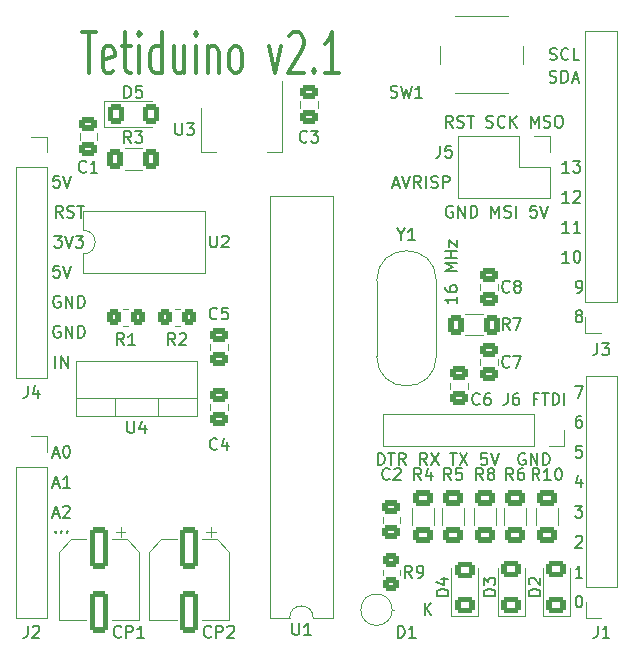
<source format=gto>
G04 #@! TF.GenerationSoftware,KiCad,Pcbnew,6.0.11-3.fc36*
G04 #@! TF.CreationDate,2023-04-04T19:14:45+09:00*
G04 #@! TF.ProjectId,Tetiduino,54657469-6475-4696-9e6f-2e6b69636164,rev?*
G04 #@! TF.SameCoordinates,Original*
G04 #@! TF.FileFunction,Legend,Top*
G04 #@! TF.FilePolarity,Positive*
%FSLAX46Y46*%
G04 Gerber Fmt 4.6, Leading zero omitted, Abs format (unit mm)*
G04 Created by KiCad (PCBNEW 6.0.11-3.fc36) date 2023-04-04 19:14:45*
%MOMM*%
%LPD*%
G01*
G04 APERTURE LIST*
G04 Aperture macros list*
%AMRoundRect*
0 Rectangle with rounded corners*
0 $1 Rounding radius*
0 $2 $3 $4 $5 $6 $7 $8 $9 X,Y pos of 4 corners*
0 Add a 4 corners polygon primitive as box body*
4,1,4,$2,$3,$4,$5,$6,$7,$8,$9,$2,$3,0*
0 Add four circle primitives for the rounded corners*
1,1,$1+$1,$2,$3*
1,1,$1+$1,$4,$5*
1,1,$1+$1,$6,$7*
1,1,$1+$1,$8,$9*
0 Add four rect primitives between the rounded corners*
20,1,$1+$1,$2,$3,$4,$5,0*
20,1,$1+$1,$4,$5,$6,$7,0*
20,1,$1+$1,$6,$7,$8,$9,0*
20,1,$1+$1,$8,$9,$2,$3,0*%
G04 Aperture macros list end*
%ADD10C,0.150000*%
%ADD11C,0.300000*%
%ADD12C,0.120000*%
%ADD13R,1.700000X1.700000*%
%ADD14O,1.700000X1.700000*%
%ADD15RoundRect,0.250000X-0.400000X-0.625000X0.400000X-0.625000X0.400000X0.625000X-0.400000X0.625000X0*%
%ADD16R,1.600000X1.600000*%
%ADD17O,1.600000X1.600000*%
%ADD18RoundRect,0.250000X-0.475000X0.337500X-0.475000X-0.337500X0.475000X-0.337500X0.475000X0.337500X0*%
%ADD19RoundRect,0.250000X-0.550000X1.500000X-0.550000X-1.500000X0.550000X-1.500000X0.550000X1.500000X0*%
%ADD20RoundRect,0.250000X0.475000X-0.337500X0.475000X0.337500X-0.475000X0.337500X-0.475000X-0.337500X0*%
%ADD21C,2.000000*%
%ADD22RoundRect,0.250001X-0.462499X-0.624999X0.462499X-0.624999X0.462499X0.624999X-0.462499X0.624999X0*%
%ADD23R,1.500000X2.000000*%
%ADD24R,3.800000X2.000000*%
%ADD25RoundRect,0.250001X0.624999X-0.462499X0.624999X0.462499X-0.624999X0.462499X-0.624999X-0.462499X0*%
%ADD26RoundRect,0.250000X-0.350000X-0.450000X0.350000X-0.450000X0.350000X0.450000X-0.350000X0.450000X0*%
%ADD27RoundRect,0.250000X-0.625000X0.400000X-0.625000X-0.400000X0.625000X-0.400000X0.625000X0.400000X0*%
%ADD28RoundRect,0.250000X0.450000X-0.350000X0.450000X0.350000X-0.450000X0.350000X-0.450000X-0.350000X0*%
%ADD29RoundRect,0.250000X0.400000X0.625000X-0.400000X0.625000X-0.400000X-0.625000X0.400000X-0.625000X0*%
%ADD30RoundRect,0.250000X0.625000X-0.400000X0.625000X0.400000X-0.625000X0.400000X-0.625000X-0.400000X0*%
%ADD31R,1.905000X2.000000*%
%ADD32O,1.905000X2.000000*%
%ADD33C,1.500000*%
G04 APERTURE END LIST*
D10*
X126285714Y-126531666D02*
X126761904Y-126531666D01*
X126190476Y-126817380D02*
X126523809Y-125817380D01*
X126857142Y-126817380D01*
X127714285Y-126817380D02*
X127142857Y-126817380D01*
X127428571Y-126817380D02*
X127428571Y-125817380D01*
X127333333Y-125960238D01*
X127238095Y-126055476D01*
X127142857Y-126103095D01*
X169989523Y-100147380D02*
X169418095Y-100147380D01*
X169703809Y-100147380D02*
X169703809Y-99147380D01*
X169608571Y-99290238D01*
X169513333Y-99385476D01*
X169418095Y-99433095D01*
X170322857Y-99147380D02*
X170941904Y-99147380D01*
X170608571Y-99528333D01*
X170751428Y-99528333D01*
X170846666Y-99575952D01*
X170894285Y-99623571D01*
X170941904Y-99718809D01*
X170941904Y-99956904D01*
X170894285Y-100052142D01*
X170846666Y-100099761D01*
X170751428Y-100147380D01*
X170465714Y-100147380D01*
X170370476Y-100099761D01*
X170322857Y-100052142D01*
X167298809Y-119308571D02*
X166965476Y-119308571D01*
X166965476Y-119832380D02*
X166965476Y-118832380D01*
X167441666Y-118832380D01*
X167679761Y-118832380D02*
X168251190Y-118832380D01*
X167965476Y-119832380D02*
X167965476Y-118832380D01*
X168584523Y-119832380D02*
X168584523Y-118832380D01*
X168822619Y-118832380D01*
X168965476Y-118880000D01*
X169060714Y-118975238D01*
X169108333Y-119070476D01*
X169155952Y-119260952D01*
X169155952Y-119403809D01*
X169108333Y-119594285D01*
X169060714Y-119689523D01*
X168965476Y-119784761D01*
X168822619Y-119832380D01*
X168584523Y-119832380D01*
X169584523Y-119832380D02*
X169584523Y-118832380D01*
X126523809Y-130532142D02*
X126571428Y-130579761D01*
X126523809Y-130627380D01*
X126476190Y-130579761D01*
X126523809Y-130532142D01*
X126523809Y-130627380D01*
X127000000Y-130532142D02*
X127047619Y-130579761D01*
X127000000Y-130627380D01*
X126952380Y-130579761D01*
X127000000Y-130532142D01*
X127000000Y-130627380D01*
X127476190Y-130532142D02*
X127523809Y-130579761D01*
X127476190Y-130627380D01*
X127428571Y-130579761D01*
X127476190Y-130532142D01*
X127476190Y-130627380D01*
X126809523Y-100417380D02*
X126333333Y-100417380D01*
X126285714Y-100893571D01*
X126333333Y-100845952D01*
X126428571Y-100798333D01*
X126666666Y-100798333D01*
X126761904Y-100845952D01*
X126809523Y-100893571D01*
X126857142Y-100988809D01*
X126857142Y-101226904D01*
X126809523Y-101322142D01*
X126761904Y-101369761D01*
X126666666Y-101417380D01*
X126428571Y-101417380D01*
X126333333Y-101369761D01*
X126285714Y-101322142D01*
X127142857Y-100417380D02*
X127476190Y-101417380D01*
X127809523Y-100417380D01*
X127087380Y-103957380D02*
X126754047Y-103481190D01*
X126515952Y-103957380D02*
X126515952Y-102957380D01*
X126896904Y-102957380D01*
X126992142Y-103005000D01*
X127039761Y-103052619D01*
X127087380Y-103147857D01*
X127087380Y-103290714D01*
X127039761Y-103385952D01*
X126992142Y-103433571D01*
X126896904Y-103481190D01*
X126515952Y-103481190D01*
X127468333Y-103909761D02*
X127611190Y-103957380D01*
X127849285Y-103957380D01*
X127944523Y-103909761D01*
X127992142Y-103862142D01*
X128039761Y-103766904D01*
X128039761Y-103671666D01*
X127992142Y-103576428D01*
X127944523Y-103528809D01*
X127849285Y-103481190D01*
X127658809Y-103433571D01*
X127563571Y-103385952D01*
X127515952Y-103338333D01*
X127468333Y-103243095D01*
X127468333Y-103147857D01*
X127515952Y-103052619D01*
X127563571Y-103005000D01*
X127658809Y-102957380D01*
X127896904Y-102957380D01*
X128039761Y-103005000D01*
X128325476Y-102957380D02*
X128896904Y-102957380D01*
X128611190Y-103957380D02*
X128611190Y-102957380D01*
X160107857Y-96337380D02*
X159774523Y-95861190D01*
X159536428Y-96337380D02*
X159536428Y-95337380D01*
X159917380Y-95337380D01*
X160012619Y-95385000D01*
X160060238Y-95432619D01*
X160107857Y-95527857D01*
X160107857Y-95670714D01*
X160060238Y-95765952D01*
X160012619Y-95813571D01*
X159917380Y-95861190D01*
X159536428Y-95861190D01*
X160488809Y-96289761D02*
X160631666Y-96337380D01*
X160869761Y-96337380D01*
X160965000Y-96289761D01*
X161012619Y-96242142D01*
X161060238Y-96146904D01*
X161060238Y-96051666D01*
X161012619Y-95956428D01*
X160965000Y-95908809D01*
X160869761Y-95861190D01*
X160679285Y-95813571D01*
X160584047Y-95765952D01*
X160536428Y-95718333D01*
X160488809Y-95623095D01*
X160488809Y-95527857D01*
X160536428Y-95432619D01*
X160584047Y-95385000D01*
X160679285Y-95337380D01*
X160917380Y-95337380D01*
X161060238Y-95385000D01*
X161345952Y-95337380D02*
X161917380Y-95337380D01*
X161631666Y-96337380D02*
X161631666Y-95337380D01*
X162965000Y-96289761D02*
X163107857Y-96337380D01*
X163345952Y-96337380D01*
X163441190Y-96289761D01*
X163488809Y-96242142D01*
X163536428Y-96146904D01*
X163536428Y-96051666D01*
X163488809Y-95956428D01*
X163441190Y-95908809D01*
X163345952Y-95861190D01*
X163155476Y-95813571D01*
X163060238Y-95765952D01*
X163012619Y-95718333D01*
X162965000Y-95623095D01*
X162965000Y-95527857D01*
X163012619Y-95432619D01*
X163060238Y-95385000D01*
X163155476Y-95337380D01*
X163393571Y-95337380D01*
X163536428Y-95385000D01*
X164536428Y-96242142D02*
X164488809Y-96289761D01*
X164345952Y-96337380D01*
X164250714Y-96337380D01*
X164107857Y-96289761D01*
X164012619Y-96194523D01*
X163965000Y-96099285D01*
X163917380Y-95908809D01*
X163917380Y-95765952D01*
X163965000Y-95575476D01*
X164012619Y-95480238D01*
X164107857Y-95385000D01*
X164250714Y-95337380D01*
X164345952Y-95337380D01*
X164488809Y-95385000D01*
X164536428Y-95432619D01*
X164965000Y-96337380D02*
X164965000Y-95337380D01*
X165536428Y-96337380D02*
X165107857Y-95765952D01*
X165536428Y-95337380D02*
X164965000Y-95908809D01*
X166726904Y-96337380D02*
X166726904Y-95337380D01*
X167060238Y-96051666D01*
X167393571Y-95337380D01*
X167393571Y-96337380D01*
X167822142Y-96289761D02*
X167965000Y-96337380D01*
X168203095Y-96337380D01*
X168298333Y-96289761D01*
X168345952Y-96242142D01*
X168393571Y-96146904D01*
X168393571Y-96051666D01*
X168345952Y-95956428D01*
X168298333Y-95908809D01*
X168203095Y-95861190D01*
X168012619Y-95813571D01*
X167917380Y-95765952D01*
X167869761Y-95718333D01*
X167822142Y-95623095D01*
X167822142Y-95527857D01*
X167869761Y-95432619D01*
X167917380Y-95385000D01*
X168012619Y-95337380D01*
X168250714Y-95337380D01*
X168393571Y-95385000D01*
X169012619Y-95337380D02*
X169203095Y-95337380D01*
X169298333Y-95385000D01*
X169393571Y-95480238D01*
X169441190Y-95670714D01*
X169441190Y-96004047D01*
X169393571Y-96194523D01*
X169298333Y-96289761D01*
X169203095Y-96337380D01*
X169012619Y-96337380D01*
X168917380Y-96289761D01*
X168822142Y-96194523D01*
X168774523Y-96004047D01*
X168774523Y-95670714D01*
X168822142Y-95480238D01*
X168917380Y-95385000D01*
X169012619Y-95337380D01*
X126873095Y-113165000D02*
X126777857Y-113117380D01*
X126635000Y-113117380D01*
X126492142Y-113165000D01*
X126396904Y-113260238D01*
X126349285Y-113355476D01*
X126301666Y-113545952D01*
X126301666Y-113688809D01*
X126349285Y-113879285D01*
X126396904Y-113974523D01*
X126492142Y-114069761D01*
X126635000Y-114117380D01*
X126730238Y-114117380D01*
X126873095Y-114069761D01*
X126920714Y-114022142D01*
X126920714Y-113688809D01*
X126730238Y-113688809D01*
X127349285Y-114117380D02*
X127349285Y-113117380D01*
X127920714Y-114117380D01*
X127920714Y-113117380D01*
X128396904Y-114117380D02*
X128396904Y-113117380D01*
X128635000Y-113117380D01*
X128777857Y-113165000D01*
X128873095Y-113260238D01*
X128920714Y-113355476D01*
X128968333Y-113545952D01*
X128968333Y-113688809D01*
X128920714Y-113879285D01*
X128873095Y-113974523D01*
X128777857Y-114069761D01*
X128635000Y-114117380D01*
X128396904Y-114117380D01*
X170719761Y-112245952D02*
X170624523Y-112198333D01*
X170576904Y-112150714D01*
X170529285Y-112055476D01*
X170529285Y-112007857D01*
X170576904Y-111912619D01*
X170624523Y-111865000D01*
X170719761Y-111817380D01*
X170910238Y-111817380D01*
X171005476Y-111865000D01*
X171053095Y-111912619D01*
X171100714Y-112007857D01*
X171100714Y-112055476D01*
X171053095Y-112150714D01*
X171005476Y-112198333D01*
X170910238Y-112245952D01*
X170719761Y-112245952D01*
X170624523Y-112293571D01*
X170576904Y-112341190D01*
X170529285Y-112436428D01*
X170529285Y-112626904D01*
X170576904Y-112722142D01*
X170624523Y-112769761D01*
X170719761Y-112817380D01*
X170910238Y-112817380D01*
X171005476Y-112769761D01*
X171053095Y-112722142D01*
X171100714Y-112626904D01*
X171100714Y-112436428D01*
X171053095Y-112341190D01*
X171005476Y-112293571D01*
X170910238Y-112245952D01*
X170529285Y-130992619D02*
X170576904Y-130945000D01*
X170672142Y-130897380D01*
X170910238Y-130897380D01*
X171005476Y-130945000D01*
X171053095Y-130992619D01*
X171100714Y-131087857D01*
X171100714Y-131183095D01*
X171053095Y-131325952D01*
X170481666Y-131897380D01*
X171100714Y-131897380D01*
X126809523Y-108037380D02*
X126333333Y-108037380D01*
X126285714Y-108513571D01*
X126333333Y-108465952D01*
X126428571Y-108418333D01*
X126666666Y-108418333D01*
X126761904Y-108465952D01*
X126809523Y-108513571D01*
X126857142Y-108608809D01*
X126857142Y-108846904D01*
X126809523Y-108942142D01*
X126761904Y-108989761D01*
X126666666Y-109037380D01*
X126428571Y-109037380D01*
X126333333Y-108989761D01*
X126285714Y-108942142D01*
X127142857Y-108037380D02*
X127476190Y-109037380D01*
X127809523Y-108037380D01*
X169989523Y-102687380D02*
X169418095Y-102687380D01*
X169703809Y-102687380D02*
X169703809Y-101687380D01*
X169608571Y-101830238D01*
X169513333Y-101925476D01*
X169418095Y-101973095D01*
X170370476Y-101782619D02*
X170418095Y-101735000D01*
X170513333Y-101687380D01*
X170751428Y-101687380D01*
X170846666Y-101735000D01*
X170894285Y-101782619D01*
X170941904Y-101877857D01*
X170941904Y-101973095D01*
X170894285Y-102115952D01*
X170322857Y-102687380D01*
X170941904Y-102687380D01*
X126476190Y-116657380D02*
X126476190Y-115657380D01*
X126952380Y-116657380D02*
X126952380Y-115657380D01*
X127523809Y-116657380D01*
X127523809Y-115657380D01*
X169989523Y-105227380D02*
X169418095Y-105227380D01*
X169703809Y-105227380D02*
X169703809Y-104227380D01*
X169608571Y-104370238D01*
X169513333Y-104465476D01*
X169418095Y-104513095D01*
X170941904Y-105227380D02*
X170370476Y-105227380D01*
X170656190Y-105227380D02*
X170656190Y-104227380D01*
X170560952Y-104370238D01*
X170465714Y-104465476D01*
X170370476Y-104513095D01*
X170624523Y-110307380D02*
X170815000Y-110307380D01*
X170910238Y-110259761D01*
X170957857Y-110212142D01*
X171053095Y-110069285D01*
X171100714Y-109878809D01*
X171100714Y-109497857D01*
X171053095Y-109402619D01*
X171005476Y-109355000D01*
X170910238Y-109307380D01*
X170719761Y-109307380D01*
X170624523Y-109355000D01*
X170576904Y-109402619D01*
X170529285Y-109497857D01*
X170529285Y-109735952D01*
X170576904Y-109831190D01*
X170624523Y-109878809D01*
X170719761Y-109926428D01*
X170910238Y-109926428D01*
X171005476Y-109878809D01*
X171053095Y-109831190D01*
X171100714Y-109735952D01*
X126285714Y-129071666D02*
X126761904Y-129071666D01*
X126190476Y-129357380D02*
X126523809Y-128357380D01*
X126857142Y-129357380D01*
X127142857Y-128452619D02*
X127190476Y-128405000D01*
X127285714Y-128357380D01*
X127523809Y-128357380D01*
X127619047Y-128405000D01*
X127666666Y-128452619D01*
X127714285Y-128547857D01*
X127714285Y-128643095D01*
X127666666Y-128785952D01*
X127095238Y-129357380D01*
X127714285Y-129357380D01*
X168354523Y-90574761D02*
X168497380Y-90622380D01*
X168735476Y-90622380D01*
X168830714Y-90574761D01*
X168878333Y-90527142D01*
X168925952Y-90431904D01*
X168925952Y-90336666D01*
X168878333Y-90241428D01*
X168830714Y-90193809D01*
X168735476Y-90146190D01*
X168545000Y-90098571D01*
X168449761Y-90050952D01*
X168402142Y-90003333D01*
X168354523Y-89908095D01*
X168354523Y-89812857D01*
X168402142Y-89717619D01*
X168449761Y-89670000D01*
X168545000Y-89622380D01*
X168783095Y-89622380D01*
X168925952Y-89670000D01*
X169925952Y-90527142D02*
X169878333Y-90574761D01*
X169735476Y-90622380D01*
X169640238Y-90622380D01*
X169497380Y-90574761D01*
X169402142Y-90479523D01*
X169354523Y-90384285D01*
X169306904Y-90193809D01*
X169306904Y-90050952D01*
X169354523Y-89860476D01*
X169402142Y-89765238D01*
X169497380Y-89670000D01*
X169640238Y-89622380D01*
X169735476Y-89622380D01*
X169878333Y-89670000D01*
X169925952Y-89717619D01*
X170830714Y-90622380D02*
X170354523Y-90622380D01*
X170354523Y-89622380D01*
D11*
X128700000Y-88253333D02*
X129900000Y-88253333D01*
X129300000Y-91753333D02*
X129300000Y-88253333D01*
X131400000Y-91586666D02*
X131200000Y-91753333D01*
X130800000Y-91753333D01*
X130600000Y-91586666D01*
X130500000Y-91253333D01*
X130500000Y-89920000D01*
X130600000Y-89586666D01*
X130800000Y-89420000D01*
X131200000Y-89420000D01*
X131400000Y-89586666D01*
X131500000Y-89920000D01*
X131500000Y-90253333D01*
X130500000Y-90586666D01*
X132100000Y-89420000D02*
X132900000Y-89420000D01*
X132400000Y-88253333D02*
X132400000Y-91253333D01*
X132500000Y-91586666D01*
X132700000Y-91753333D01*
X132900000Y-91753333D01*
X133600000Y-91753333D02*
X133600000Y-89420000D01*
X133600000Y-88253333D02*
X133500000Y-88420000D01*
X133600000Y-88586666D01*
X133700000Y-88420000D01*
X133600000Y-88253333D01*
X133600000Y-88586666D01*
X135500000Y-91753333D02*
X135500000Y-88253333D01*
X135500000Y-91586666D02*
X135300000Y-91753333D01*
X134900000Y-91753333D01*
X134700000Y-91586666D01*
X134600000Y-91420000D01*
X134500000Y-91086666D01*
X134500000Y-90086666D01*
X134600000Y-89753333D01*
X134700000Y-89586666D01*
X134900000Y-89420000D01*
X135300000Y-89420000D01*
X135500000Y-89586666D01*
X137400000Y-89420000D02*
X137400000Y-91753333D01*
X136500000Y-89420000D02*
X136500000Y-91253333D01*
X136600000Y-91586666D01*
X136800000Y-91753333D01*
X137100000Y-91753333D01*
X137300000Y-91586666D01*
X137400000Y-91420000D01*
X138400000Y-91753333D02*
X138400000Y-89420000D01*
X138400000Y-88253333D02*
X138300000Y-88420000D01*
X138400000Y-88586666D01*
X138500000Y-88420000D01*
X138400000Y-88253333D01*
X138400000Y-88586666D01*
X139400000Y-89420000D02*
X139400000Y-91753333D01*
X139400000Y-89753333D02*
X139500000Y-89586666D01*
X139700000Y-89420000D01*
X140000000Y-89420000D01*
X140200000Y-89586666D01*
X140300000Y-89920000D01*
X140300000Y-91753333D01*
X141600000Y-91753333D02*
X141400000Y-91586666D01*
X141300000Y-91420000D01*
X141200000Y-91086666D01*
X141200000Y-90086666D01*
X141300000Y-89753333D01*
X141400000Y-89586666D01*
X141600000Y-89420000D01*
X141900000Y-89420000D01*
X142100000Y-89586666D01*
X142200000Y-89753333D01*
X142300000Y-90086666D01*
X142300000Y-91086666D01*
X142200000Y-91420000D01*
X142100000Y-91586666D01*
X141900000Y-91753333D01*
X141600000Y-91753333D01*
X144600000Y-89420000D02*
X145100000Y-91753333D01*
X145600000Y-89420000D01*
X146300000Y-88586666D02*
X146400000Y-88420000D01*
X146600000Y-88253333D01*
X147100000Y-88253333D01*
X147300000Y-88420000D01*
X147400000Y-88586666D01*
X147500000Y-88920000D01*
X147500000Y-89253333D01*
X147400000Y-89753333D01*
X146200000Y-91753333D01*
X147500000Y-91753333D01*
X148400000Y-91420000D02*
X148500000Y-91586666D01*
X148400000Y-91753333D01*
X148300000Y-91586666D01*
X148400000Y-91420000D01*
X148400000Y-91753333D01*
X150500000Y-91753333D02*
X149300000Y-91753333D01*
X149900000Y-91753333D02*
X149900000Y-88253333D01*
X149700000Y-88753333D01*
X149500000Y-89086666D01*
X149300000Y-89253333D01*
D10*
X163004523Y-123912380D02*
X162528333Y-123912380D01*
X162480714Y-124388571D01*
X162528333Y-124340952D01*
X162623571Y-124293333D01*
X162861666Y-124293333D01*
X162956904Y-124340952D01*
X163004523Y-124388571D01*
X163052142Y-124483809D01*
X163052142Y-124721904D01*
X163004523Y-124817142D01*
X162956904Y-124864761D01*
X162861666Y-124912380D01*
X162623571Y-124912380D01*
X162528333Y-124864761D01*
X162480714Y-124817142D01*
X163337857Y-123912380D02*
X163671190Y-124912380D01*
X164004523Y-123912380D01*
X160472380Y-110656428D02*
X160472380Y-111227857D01*
X160472380Y-110942142D02*
X159472380Y-110942142D01*
X159615238Y-111037380D01*
X159710476Y-111132619D01*
X159758095Y-111227857D01*
X159472380Y-109799285D02*
X159472380Y-109989761D01*
X159520000Y-110085000D01*
X159567619Y-110132619D01*
X159710476Y-110227857D01*
X159900952Y-110275476D01*
X160281904Y-110275476D01*
X160377142Y-110227857D01*
X160424761Y-110180238D01*
X160472380Y-110085000D01*
X160472380Y-109894523D01*
X160424761Y-109799285D01*
X160377142Y-109751666D01*
X160281904Y-109704047D01*
X160043809Y-109704047D01*
X159948571Y-109751666D01*
X159900952Y-109799285D01*
X159853333Y-109894523D01*
X159853333Y-110085000D01*
X159900952Y-110180238D01*
X159948571Y-110227857D01*
X160043809Y-110275476D01*
X160472380Y-108513571D02*
X159472380Y-108513571D01*
X160186666Y-108180238D01*
X159472380Y-107846904D01*
X160472380Y-107846904D01*
X160472380Y-107370714D02*
X159472380Y-107370714D01*
X159948571Y-107370714D02*
X159948571Y-106799285D01*
X160472380Y-106799285D02*
X159472380Y-106799285D01*
X159805714Y-106418333D02*
X159805714Y-105894523D01*
X160472380Y-106418333D01*
X160472380Y-105894523D01*
X171005476Y-126105714D02*
X171005476Y-126772380D01*
X170767380Y-125724761D02*
X170529285Y-126439047D01*
X171148333Y-126439047D01*
X159893095Y-123912380D02*
X160464523Y-123912380D01*
X160178809Y-124912380D02*
X160178809Y-123912380D01*
X160702619Y-123912380D02*
X161369285Y-124912380D01*
X161369285Y-123912380D02*
X160702619Y-124912380D01*
X153797142Y-124912380D02*
X153797142Y-123912380D01*
X154035238Y-123912380D01*
X154178095Y-123960000D01*
X154273333Y-124055238D01*
X154320952Y-124150476D01*
X154368571Y-124340952D01*
X154368571Y-124483809D01*
X154320952Y-124674285D01*
X154273333Y-124769523D01*
X154178095Y-124864761D01*
X154035238Y-124912380D01*
X153797142Y-124912380D01*
X154654285Y-123912380D02*
X155225714Y-123912380D01*
X154940000Y-124912380D02*
X154940000Y-123912380D01*
X156130476Y-124912380D02*
X155797142Y-124436190D01*
X155559047Y-124912380D02*
X155559047Y-123912380D01*
X155940000Y-123912380D01*
X156035238Y-123960000D01*
X156082857Y-124007619D01*
X156130476Y-124102857D01*
X156130476Y-124245714D01*
X156082857Y-124340952D01*
X156035238Y-124388571D01*
X155940000Y-124436190D01*
X155559047Y-124436190D01*
X170481666Y-128357380D02*
X171100714Y-128357380D01*
X170767380Y-128738333D01*
X170910238Y-128738333D01*
X171005476Y-128785952D01*
X171053095Y-128833571D01*
X171100714Y-128928809D01*
X171100714Y-129166904D01*
X171053095Y-129262142D01*
X171005476Y-129309761D01*
X170910238Y-129357380D01*
X170624523Y-129357380D01*
X170529285Y-129309761D01*
X170481666Y-129262142D01*
X169989523Y-107767380D02*
X169418095Y-107767380D01*
X169703809Y-107767380D02*
X169703809Y-106767380D01*
X169608571Y-106910238D01*
X169513333Y-107005476D01*
X169418095Y-107053095D01*
X170608571Y-106767380D02*
X170703809Y-106767380D01*
X170799047Y-106815000D01*
X170846666Y-106862619D01*
X170894285Y-106957857D01*
X170941904Y-107148333D01*
X170941904Y-107386428D01*
X170894285Y-107576904D01*
X170846666Y-107672142D01*
X170799047Y-107719761D01*
X170703809Y-107767380D01*
X170608571Y-107767380D01*
X170513333Y-107719761D01*
X170465714Y-107672142D01*
X170418095Y-107576904D01*
X170370476Y-107386428D01*
X170370476Y-107148333D01*
X170418095Y-106957857D01*
X170465714Y-106862619D01*
X170513333Y-106815000D01*
X170608571Y-106767380D01*
X126873095Y-110625000D02*
X126777857Y-110577380D01*
X126635000Y-110577380D01*
X126492142Y-110625000D01*
X126396904Y-110720238D01*
X126349285Y-110815476D01*
X126301666Y-111005952D01*
X126301666Y-111148809D01*
X126349285Y-111339285D01*
X126396904Y-111434523D01*
X126492142Y-111529761D01*
X126635000Y-111577380D01*
X126730238Y-111577380D01*
X126873095Y-111529761D01*
X126920714Y-111482142D01*
X126920714Y-111148809D01*
X126730238Y-111148809D01*
X127349285Y-111577380D02*
X127349285Y-110577380D01*
X127920714Y-111577380D01*
X127920714Y-110577380D01*
X128396904Y-111577380D02*
X128396904Y-110577380D01*
X128635000Y-110577380D01*
X128777857Y-110625000D01*
X128873095Y-110720238D01*
X128920714Y-110815476D01*
X128968333Y-111005952D01*
X128968333Y-111148809D01*
X128920714Y-111339285D01*
X128873095Y-111434523D01*
X128777857Y-111529761D01*
X128635000Y-111577380D01*
X128396904Y-111577380D01*
X166243095Y-123960000D02*
X166147857Y-123912380D01*
X166005000Y-123912380D01*
X165862142Y-123960000D01*
X165766904Y-124055238D01*
X165719285Y-124150476D01*
X165671666Y-124340952D01*
X165671666Y-124483809D01*
X165719285Y-124674285D01*
X165766904Y-124769523D01*
X165862142Y-124864761D01*
X166005000Y-124912380D01*
X166100238Y-124912380D01*
X166243095Y-124864761D01*
X166290714Y-124817142D01*
X166290714Y-124483809D01*
X166100238Y-124483809D01*
X166719285Y-124912380D02*
X166719285Y-123912380D01*
X167290714Y-124912380D01*
X167290714Y-123912380D01*
X167766904Y-124912380D02*
X167766904Y-123912380D01*
X168005000Y-123912380D01*
X168147857Y-123960000D01*
X168243095Y-124055238D01*
X168290714Y-124150476D01*
X168338333Y-124340952D01*
X168338333Y-124483809D01*
X168290714Y-124674285D01*
X168243095Y-124769523D01*
X168147857Y-124864761D01*
X168005000Y-124912380D01*
X167766904Y-124912380D01*
X160115714Y-103005000D02*
X160020476Y-102957380D01*
X159877619Y-102957380D01*
X159734761Y-103005000D01*
X159639523Y-103100238D01*
X159591904Y-103195476D01*
X159544285Y-103385952D01*
X159544285Y-103528809D01*
X159591904Y-103719285D01*
X159639523Y-103814523D01*
X159734761Y-103909761D01*
X159877619Y-103957380D01*
X159972857Y-103957380D01*
X160115714Y-103909761D01*
X160163333Y-103862142D01*
X160163333Y-103528809D01*
X159972857Y-103528809D01*
X160591904Y-103957380D02*
X160591904Y-102957380D01*
X161163333Y-103957380D01*
X161163333Y-102957380D01*
X161639523Y-103957380D02*
X161639523Y-102957380D01*
X161877619Y-102957380D01*
X162020476Y-103005000D01*
X162115714Y-103100238D01*
X162163333Y-103195476D01*
X162210952Y-103385952D01*
X162210952Y-103528809D01*
X162163333Y-103719285D01*
X162115714Y-103814523D01*
X162020476Y-103909761D01*
X161877619Y-103957380D01*
X161639523Y-103957380D01*
X163401428Y-103957380D02*
X163401428Y-102957380D01*
X163734761Y-103671666D01*
X164068095Y-102957380D01*
X164068095Y-103957380D01*
X164496666Y-103909761D02*
X164639523Y-103957380D01*
X164877619Y-103957380D01*
X164972857Y-103909761D01*
X165020476Y-103862142D01*
X165068095Y-103766904D01*
X165068095Y-103671666D01*
X165020476Y-103576428D01*
X164972857Y-103528809D01*
X164877619Y-103481190D01*
X164687142Y-103433571D01*
X164591904Y-103385952D01*
X164544285Y-103338333D01*
X164496666Y-103243095D01*
X164496666Y-103147857D01*
X164544285Y-103052619D01*
X164591904Y-103005000D01*
X164687142Y-102957380D01*
X164925238Y-102957380D01*
X165068095Y-103005000D01*
X165496666Y-103957380D02*
X165496666Y-102957380D01*
X167210952Y-102957380D02*
X166734761Y-102957380D01*
X166687142Y-103433571D01*
X166734761Y-103385952D01*
X166830000Y-103338333D01*
X167068095Y-103338333D01*
X167163333Y-103385952D01*
X167210952Y-103433571D01*
X167258571Y-103528809D01*
X167258571Y-103766904D01*
X167210952Y-103862142D01*
X167163333Y-103909761D01*
X167068095Y-103957380D01*
X166830000Y-103957380D01*
X166734761Y-103909761D01*
X166687142Y-103862142D01*
X167544285Y-102957380D02*
X167877619Y-103957380D01*
X168210952Y-102957380D01*
X171053095Y-123277380D02*
X170576904Y-123277380D01*
X170529285Y-123753571D01*
X170576904Y-123705952D01*
X170672142Y-123658333D01*
X170910238Y-123658333D01*
X171005476Y-123705952D01*
X171053095Y-123753571D01*
X171100714Y-123848809D01*
X171100714Y-124086904D01*
X171053095Y-124182142D01*
X171005476Y-124229761D01*
X170910238Y-124277380D01*
X170672142Y-124277380D01*
X170576904Y-124229761D01*
X170529285Y-124182142D01*
X171100714Y-134437380D02*
X170529285Y-134437380D01*
X170815000Y-134437380D02*
X170815000Y-133437380D01*
X170719761Y-133580238D01*
X170624523Y-133675476D01*
X170529285Y-133723095D01*
X168330714Y-92479761D02*
X168473571Y-92527380D01*
X168711666Y-92527380D01*
X168806904Y-92479761D01*
X168854523Y-92432142D01*
X168902142Y-92336904D01*
X168902142Y-92241666D01*
X168854523Y-92146428D01*
X168806904Y-92098809D01*
X168711666Y-92051190D01*
X168521190Y-92003571D01*
X168425952Y-91955952D01*
X168378333Y-91908333D01*
X168330714Y-91813095D01*
X168330714Y-91717857D01*
X168378333Y-91622619D01*
X168425952Y-91575000D01*
X168521190Y-91527380D01*
X168759285Y-91527380D01*
X168902142Y-91575000D01*
X169330714Y-92527380D02*
X169330714Y-91527380D01*
X169568809Y-91527380D01*
X169711666Y-91575000D01*
X169806904Y-91670238D01*
X169854523Y-91765476D01*
X169902142Y-91955952D01*
X169902142Y-92098809D01*
X169854523Y-92289285D01*
X169806904Y-92384523D01*
X169711666Y-92479761D01*
X169568809Y-92527380D01*
X169330714Y-92527380D01*
X170283095Y-92241666D02*
X170759285Y-92241666D01*
X170187857Y-92527380D02*
X170521190Y-91527380D01*
X170854523Y-92527380D01*
X170767380Y-135962380D02*
X170862619Y-135962380D01*
X170957857Y-136010000D01*
X171005476Y-136057619D01*
X171053095Y-136152857D01*
X171100714Y-136343333D01*
X171100714Y-136581428D01*
X171053095Y-136771904D01*
X171005476Y-136867142D01*
X170957857Y-136914761D01*
X170862619Y-136962380D01*
X170767380Y-136962380D01*
X170672142Y-136914761D01*
X170624523Y-136867142D01*
X170576904Y-136771904D01*
X170529285Y-136581428D01*
X170529285Y-136343333D01*
X170576904Y-136152857D01*
X170624523Y-136057619D01*
X170672142Y-136010000D01*
X170767380Y-135962380D01*
X126396904Y-105497380D02*
X127015952Y-105497380D01*
X126682619Y-105878333D01*
X126825476Y-105878333D01*
X126920714Y-105925952D01*
X126968333Y-105973571D01*
X127015952Y-106068809D01*
X127015952Y-106306904D01*
X126968333Y-106402142D01*
X126920714Y-106449761D01*
X126825476Y-106497380D01*
X126539761Y-106497380D01*
X126444523Y-106449761D01*
X126396904Y-106402142D01*
X127301666Y-105497380D02*
X127635000Y-106497380D01*
X127968333Y-105497380D01*
X128206428Y-105497380D02*
X128825476Y-105497380D01*
X128492142Y-105878333D01*
X128635000Y-105878333D01*
X128730238Y-105925952D01*
X128777857Y-105973571D01*
X128825476Y-106068809D01*
X128825476Y-106306904D01*
X128777857Y-106402142D01*
X128730238Y-106449761D01*
X128635000Y-106497380D01*
X128349285Y-106497380D01*
X128254047Y-106449761D01*
X128206428Y-106402142D01*
X157948333Y-124912380D02*
X157615000Y-124436190D01*
X157376904Y-124912380D02*
X157376904Y-123912380D01*
X157757857Y-123912380D01*
X157853095Y-123960000D01*
X157900714Y-124007619D01*
X157948333Y-124102857D01*
X157948333Y-124245714D01*
X157900714Y-124340952D01*
X157853095Y-124388571D01*
X157757857Y-124436190D01*
X157376904Y-124436190D01*
X158281666Y-123912380D02*
X158948333Y-124912380D01*
X158948333Y-123912380D02*
X158281666Y-124912380D01*
X155099047Y-101161666D02*
X155575238Y-101161666D01*
X155003809Y-101447380D02*
X155337142Y-100447380D01*
X155670476Y-101447380D01*
X155860952Y-100447380D02*
X156194285Y-101447380D01*
X156527619Y-100447380D01*
X157432380Y-101447380D02*
X157099047Y-100971190D01*
X156860952Y-101447380D02*
X156860952Y-100447380D01*
X157241904Y-100447380D01*
X157337142Y-100495000D01*
X157384761Y-100542619D01*
X157432380Y-100637857D01*
X157432380Y-100780714D01*
X157384761Y-100875952D01*
X157337142Y-100923571D01*
X157241904Y-100971190D01*
X156860952Y-100971190D01*
X157860952Y-101447380D02*
X157860952Y-100447380D01*
X158289523Y-101399761D02*
X158432380Y-101447380D01*
X158670476Y-101447380D01*
X158765714Y-101399761D01*
X158813333Y-101352142D01*
X158860952Y-101256904D01*
X158860952Y-101161666D01*
X158813333Y-101066428D01*
X158765714Y-101018809D01*
X158670476Y-100971190D01*
X158480000Y-100923571D01*
X158384761Y-100875952D01*
X158337142Y-100828333D01*
X158289523Y-100733095D01*
X158289523Y-100637857D01*
X158337142Y-100542619D01*
X158384761Y-100495000D01*
X158480000Y-100447380D01*
X158718095Y-100447380D01*
X158860952Y-100495000D01*
X159289523Y-101447380D02*
X159289523Y-100447380D01*
X159670476Y-100447380D01*
X159765714Y-100495000D01*
X159813333Y-100542619D01*
X159860952Y-100637857D01*
X159860952Y-100780714D01*
X159813333Y-100875952D01*
X159765714Y-100923571D01*
X159670476Y-100971190D01*
X159289523Y-100971190D01*
X170481666Y-118197380D02*
X171148333Y-118197380D01*
X170719761Y-119197380D01*
X171005476Y-120737380D02*
X170815000Y-120737380D01*
X170719761Y-120785000D01*
X170672142Y-120832619D01*
X170576904Y-120975476D01*
X170529285Y-121165952D01*
X170529285Y-121546904D01*
X170576904Y-121642142D01*
X170624523Y-121689761D01*
X170719761Y-121737380D01*
X170910238Y-121737380D01*
X171005476Y-121689761D01*
X171053095Y-121642142D01*
X171100714Y-121546904D01*
X171100714Y-121308809D01*
X171053095Y-121213571D01*
X171005476Y-121165952D01*
X170910238Y-121118333D01*
X170719761Y-121118333D01*
X170624523Y-121165952D01*
X170576904Y-121213571D01*
X170529285Y-121308809D01*
X126285714Y-123991666D02*
X126761904Y-123991666D01*
X126190476Y-124277380D02*
X126523809Y-123277380D01*
X126857142Y-124277380D01*
X127380952Y-123277380D02*
X127476190Y-123277380D01*
X127571428Y-123325000D01*
X127619047Y-123372619D01*
X127666666Y-123467857D01*
X127714285Y-123658333D01*
X127714285Y-123896428D01*
X127666666Y-124086904D01*
X127619047Y-124182142D01*
X127571428Y-124229761D01*
X127476190Y-124277380D01*
X127380952Y-124277380D01*
X127285714Y-124229761D01*
X127238095Y-124182142D01*
X127190476Y-124086904D01*
X127142857Y-123896428D01*
X127142857Y-123658333D01*
X127190476Y-123467857D01*
X127238095Y-123372619D01*
X127285714Y-123325000D01*
X127380952Y-123277380D01*
X124126666Y-118197380D02*
X124126666Y-118911666D01*
X124079047Y-119054523D01*
X123983809Y-119149761D01*
X123840952Y-119197380D01*
X123745714Y-119197380D01*
X125031428Y-118530714D02*
X125031428Y-119197380D01*
X124793333Y-118149761D02*
X124555238Y-118864047D01*
X125174285Y-118864047D01*
X132903333Y-97629880D02*
X132570000Y-97153690D01*
X132331904Y-97629880D02*
X132331904Y-96629880D01*
X132712857Y-96629880D01*
X132808095Y-96677500D01*
X132855714Y-96725119D01*
X132903333Y-96820357D01*
X132903333Y-96963214D01*
X132855714Y-97058452D01*
X132808095Y-97106071D01*
X132712857Y-97153690D01*
X132331904Y-97153690D01*
X133236666Y-96629880D02*
X133855714Y-96629880D01*
X133522380Y-97010833D01*
X133665238Y-97010833D01*
X133760476Y-97058452D01*
X133808095Y-97106071D01*
X133855714Y-97201309D01*
X133855714Y-97439404D01*
X133808095Y-97534642D01*
X133760476Y-97582261D01*
X133665238Y-97629880D01*
X133379523Y-97629880D01*
X133284285Y-97582261D01*
X133236666Y-97534642D01*
X155471904Y-139517380D02*
X155471904Y-138517380D01*
X155710000Y-138517380D01*
X155852857Y-138565000D01*
X155948095Y-138660238D01*
X155995714Y-138755476D01*
X156043333Y-138945952D01*
X156043333Y-139088809D01*
X155995714Y-139279285D01*
X155948095Y-139374523D01*
X155852857Y-139469761D01*
X155710000Y-139517380D01*
X155471904Y-139517380D01*
X156995714Y-139517380D02*
X156424285Y-139517380D01*
X156710000Y-139517380D02*
X156710000Y-138517380D01*
X156614761Y-138660238D01*
X156519523Y-138755476D01*
X156424285Y-138803095D01*
X157748095Y-137612380D02*
X157748095Y-136612380D01*
X158319523Y-137612380D02*
X157890952Y-137040952D01*
X158319523Y-136612380D02*
X157748095Y-137183809D01*
X164933333Y-116562142D02*
X164885714Y-116609761D01*
X164742857Y-116657380D01*
X164647619Y-116657380D01*
X164504761Y-116609761D01*
X164409523Y-116514523D01*
X164361904Y-116419285D01*
X164314285Y-116228809D01*
X164314285Y-116085952D01*
X164361904Y-115895476D01*
X164409523Y-115800238D01*
X164504761Y-115705000D01*
X164647619Y-115657380D01*
X164742857Y-115657380D01*
X164885714Y-115705000D01*
X164933333Y-115752619D01*
X165266666Y-115657380D02*
X165933333Y-115657380D01*
X165504761Y-116657380D01*
X164933333Y-110212142D02*
X164885714Y-110259761D01*
X164742857Y-110307380D01*
X164647619Y-110307380D01*
X164504761Y-110259761D01*
X164409523Y-110164523D01*
X164361904Y-110069285D01*
X164314285Y-109878809D01*
X164314285Y-109735952D01*
X164361904Y-109545476D01*
X164409523Y-109450238D01*
X164504761Y-109355000D01*
X164647619Y-109307380D01*
X164742857Y-109307380D01*
X164885714Y-109355000D01*
X164933333Y-109402619D01*
X165504761Y-109735952D02*
X165409523Y-109688333D01*
X165361904Y-109640714D01*
X165314285Y-109545476D01*
X165314285Y-109497857D01*
X165361904Y-109402619D01*
X165409523Y-109355000D01*
X165504761Y-109307380D01*
X165695238Y-109307380D01*
X165790476Y-109355000D01*
X165838095Y-109402619D01*
X165885714Y-109497857D01*
X165885714Y-109545476D01*
X165838095Y-109640714D01*
X165790476Y-109688333D01*
X165695238Y-109735952D01*
X165504761Y-109735952D01*
X165409523Y-109783571D01*
X165361904Y-109831190D01*
X165314285Y-109926428D01*
X165314285Y-110116904D01*
X165361904Y-110212142D01*
X165409523Y-110259761D01*
X165504761Y-110307380D01*
X165695238Y-110307380D01*
X165790476Y-110259761D01*
X165838095Y-110212142D01*
X165885714Y-110116904D01*
X165885714Y-109926428D01*
X165838095Y-109831190D01*
X165790476Y-109783571D01*
X165695238Y-109735952D01*
X139668333Y-139422142D02*
X139620714Y-139469761D01*
X139477857Y-139517380D01*
X139382619Y-139517380D01*
X139239761Y-139469761D01*
X139144523Y-139374523D01*
X139096904Y-139279285D01*
X139049285Y-139088809D01*
X139049285Y-138945952D01*
X139096904Y-138755476D01*
X139144523Y-138660238D01*
X139239761Y-138565000D01*
X139382619Y-138517380D01*
X139477857Y-138517380D01*
X139620714Y-138565000D01*
X139668333Y-138612619D01*
X140096904Y-139517380D02*
X140096904Y-138517380D01*
X140477857Y-138517380D01*
X140573095Y-138565000D01*
X140620714Y-138612619D01*
X140668333Y-138707857D01*
X140668333Y-138850714D01*
X140620714Y-138945952D01*
X140573095Y-138993571D01*
X140477857Y-139041190D01*
X140096904Y-139041190D01*
X141049285Y-138612619D02*
X141096904Y-138565000D01*
X141192142Y-138517380D01*
X141430238Y-138517380D01*
X141525476Y-138565000D01*
X141573095Y-138612619D01*
X141620714Y-138707857D01*
X141620714Y-138803095D01*
X141573095Y-138945952D01*
X141001666Y-139517380D01*
X141620714Y-139517380D01*
X147788333Y-97512142D02*
X147740714Y-97559761D01*
X147597857Y-97607380D01*
X147502619Y-97607380D01*
X147359761Y-97559761D01*
X147264523Y-97464523D01*
X147216904Y-97369285D01*
X147169285Y-97178809D01*
X147169285Y-97035952D01*
X147216904Y-96845476D01*
X147264523Y-96750238D01*
X147359761Y-96655000D01*
X147502619Y-96607380D01*
X147597857Y-96607380D01*
X147740714Y-96655000D01*
X147788333Y-96702619D01*
X148121666Y-96607380D02*
X148740714Y-96607380D01*
X148407380Y-96988333D01*
X148550238Y-96988333D01*
X148645476Y-97035952D01*
X148693095Y-97083571D01*
X148740714Y-97178809D01*
X148740714Y-97416904D01*
X148693095Y-97512142D01*
X148645476Y-97559761D01*
X148550238Y-97607380D01*
X148264523Y-97607380D01*
X148169285Y-97559761D01*
X148121666Y-97512142D01*
X162393333Y-119737142D02*
X162345714Y-119784761D01*
X162202857Y-119832380D01*
X162107619Y-119832380D01*
X161964761Y-119784761D01*
X161869523Y-119689523D01*
X161821904Y-119594285D01*
X161774285Y-119403809D01*
X161774285Y-119260952D01*
X161821904Y-119070476D01*
X161869523Y-118975238D01*
X161964761Y-118880000D01*
X162107619Y-118832380D01*
X162202857Y-118832380D01*
X162345714Y-118880000D01*
X162393333Y-118927619D01*
X163250476Y-118832380D02*
X163060000Y-118832380D01*
X162964761Y-118880000D01*
X162917142Y-118927619D01*
X162821904Y-119070476D01*
X162774285Y-119260952D01*
X162774285Y-119641904D01*
X162821904Y-119737142D01*
X162869523Y-119784761D01*
X162964761Y-119832380D01*
X163155238Y-119832380D01*
X163250476Y-119784761D01*
X163298095Y-119737142D01*
X163345714Y-119641904D01*
X163345714Y-119403809D01*
X163298095Y-119308571D01*
X163250476Y-119260952D01*
X163155238Y-119213333D01*
X162964761Y-119213333D01*
X162869523Y-119260952D01*
X162821904Y-119308571D01*
X162774285Y-119403809D01*
X164766666Y-118832380D02*
X164766666Y-119546666D01*
X164719047Y-119689523D01*
X164623809Y-119784761D01*
X164480952Y-119832380D01*
X164385714Y-119832380D01*
X165671428Y-118832380D02*
X165480952Y-118832380D01*
X165385714Y-118880000D01*
X165338095Y-118927619D01*
X165242857Y-119070476D01*
X165195238Y-119260952D01*
X165195238Y-119641904D01*
X165242857Y-119737142D01*
X165290476Y-119784761D01*
X165385714Y-119832380D01*
X165576190Y-119832380D01*
X165671428Y-119784761D01*
X165719047Y-119737142D01*
X165766666Y-119641904D01*
X165766666Y-119403809D01*
X165719047Y-119308571D01*
X165671428Y-119260952D01*
X165576190Y-119213333D01*
X165385714Y-119213333D01*
X165290476Y-119260952D01*
X165242857Y-119308571D01*
X165195238Y-119403809D01*
X154876666Y-93749761D02*
X155019523Y-93797380D01*
X155257619Y-93797380D01*
X155352857Y-93749761D01*
X155400476Y-93702142D01*
X155448095Y-93606904D01*
X155448095Y-93511666D01*
X155400476Y-93416428D01*
X155352857Y-93368809D01*
X155257619Y-93321190D01*
X155067142Y-93273571D01*
X154971904Y-93225952D01*
X154924285Y-93178333D01*
X154876666Y-93083095D01*
X154876666Y-92987857D01*
X154924285Y-92892619D01*
X154971904Y-92845000D01*
X155067142Y-92797380D01*
X155305238Y-92797380D01*
X155448095Y-92845000D01*
X155781428Y-92797380D02*
X156019523Y-93797380D01*
X156210000Y-93083095D01*
X156400476Y-93797380D01*
X156638571Y-92797380D01*
X157543333Y-93797380D02*
X156971904Y-93797380D01*
X157257619Y-93797380D02*
X157257619Y-92797380D01*
X157162380Y-92940238D01*
X157067142Y-93035476D01*
X156971904Y-93083095D01*
X132331904Y-93819880D02*
X132331904Y-92819880D01*
X132570000Y-92819880D01*
X132712857Y-92867500D01*
X132808095Y-92962738D01*
X132855714Y-93057976D01*
X132903333Y-93248452D01*
X132903333Y-93391309D01*
X132855714Y-93581785D01*
X132808095Y-93677023D01*
X132712857Y-93772261D01*
X132570000Y-93819880D01*
X132331904Y-93819880D01*
X133808095Y-92819880D02*
X133331904Y-92819880D01*
X133284285Y-93296071D01*
X133331904Y-93248452D01*
X133427142Y-93200833D01*
X133665238Y-93200833D01*
X133760476Y-93248452D01*
X133808095Y-93296071D01*
X133855714Y-93391309D01*
X133855714Y-93629404D01*
X133808095Y-93724642D01*
X133760476Y-93772261D01*
X133665238Y-93819880D01*
X133427142Y-93819880D01*
X133331904Y-93772261D01*
X133284285Y-93724642D01*
X136652095Y-95972380D02*
X136652095Y-96781904D01*
X136699714Y-96877142D01*
X136747333Y-96924761D01*
X136842571Y-96972380D01*
X137033047Y-96972380D01*
X137128285Y-96924761D01*
X137175904Y-96877142D01*
X137223523Y-96781904D01*
X137223523Y-95972380D01*
X137604476Y-95972380D02*
X138223523Y-95972380D01*
X137890190Y-96353333D01*
X138033047Y-96353333D01*
X138128285Y-96400952D01*
X138175904Y-96448571D01*
X138223523Y-96543809D01*
X138223523Y-96781904D01*
X138175904Y-96877142D01*
X138128285Y-96924761D01*
X138033047Y-96972380D01*
X137747333Y-96972380D01*
X137652095Y-96924761D01*
X137604476Y-96877142D01*
X129093333Y-100052142D02*
X129045714Y-100099761D01*
X128902857Y-100147380D01*
X128807619Y-100147380D01*
X128664761Y-100099761D01*
X128569523Y-100004523D01*
X128521904Y-99909285D01*
X128474285Y-99718809D01*
X128474285Y-99575952D01*
X128521904Y-99385476D01*
X128569523Y-99290238D01*
X128664761Y-99195000D01*
X128807619Y-99147380D01*
X128902857Y-99147380D01*
X129045714Y-99195000D01*
X129093333Y-99242619D01*
X130045714Y-100147380D02*
X129474285Y-100147380D01*
X129760000Y-100147380D02*
X129760000Y-99147380D01*
X129664761Y-99290238D01*
X129569523Y-99385476D01*
X129474285Y-99433095D01*
X163732380Y-135978095D02*
X162732380Y-135978095D01*
X162732380Y-135740000D01*
X162780000Y-135597142D01*
X162875238Y-135501904D01*
X162970476Y-135454285D01*
X163160952Y-135406666D01*
X163303809Y-135406666D01*
X163494285Y-135454285D01*
X163589523Y-135501904D01*
X163684761Y-135597142D01*
X163732380Y-135740000D01*
X163732380Y-135978095D01*
X162732380Y-135073333D02*
X162732380Y-134454285D01*
X163113333Y-134787619D01*
X163113333Y-134644761D01*
X163160952Y-134549523D01*
X163208571Y-134501904D01*
X163303809Y-134454285D01*
X163541904Y-134454285D01*
X163637142Y-134501904D01*
X163684761Y-134549523D01*
X163732380Y-134644761D01*
X163732380Y-134930476D01*
X163684761Y-135025714D01*
X163637142Y-135073333D01*
X139573095Y-105487380D02*
X139573095Y-106296904D01*
X139620714Y-106392142D01*
X139668333Y-106439761D01*
X139763571Y-106487380D01*
X139954047Y-106487380D01*
X140049285Y-106439761D01*
X140096904Y-106392142D01*
X140144523Y-106296904D01*
X140144523Y-105487380D01*
X140573095Y-105582619D02*
X140620714Y-105535000D01*
X140715952Y-105487380D01*
X140954047Y-105487380D01*
X141049285Y-105535000D01*
X141096904Y-105582619D01*
X141144523Y-105677857D01*
X141144523Y-105773095D01*
X141096904Y-105915952D01*
X140525476Y-106487380D01*
X141144523Y-106487380D01*
X132278115Y-114752380D02*
X131944782Y-114276190D01*
X131706686Y-114752380D02*
X131706686Y-113752380D01*
X132087639Y-113752380D01*
X132182877Y-113800000D01*
X132230496Y-113847619D01*
X132278115Y-113942857D01*
X132278115Y-114085714D01*
X132230496Y-114180952D01*
X132182877Y-114228571D01*
X132087639Y-114276190D01*
X131706686Y-114276190D01*
X133230496Y-114752380D02*
X132659067Y-114752380D01*
X132944782Y-114752380D02*
X132944782Y-113752380D01*
X132849543Y-113895238D01*
X132754305Y-113990476D01*
X132659067Y-114038095D01*
X146548095Y-138297380D02*
X146548095Y-139106904D01*
X146595714Y-139202142D01*
X146643333Y-139249761D01*
X146738571Y-139297380D01*
X146929047Y-139297380D01*
X147024285Y-139249761D01*
X147071904Y-139202142D01*
X147119523Y-139106904D01*
X147119523Y-138297380D01*
X148119523Y-139297380D02*
X147548095Y-139297380D01*
X147833809Y-139297380D02*
X147833809Y-138297380D01*
X147738571Y-138440238D01*
X147643333Y-138535476D01*
X147548095Y-138583095D01*
X162698333Y-126182380D02*
X162365000Y-125706190D01*
X162126904Y-126182380D02*
X162126904Y-125182380D01*
X162507857Y-125182380D01*
X162603095Y-125230000D01*
X162650714Y-125277619D01*
X162698333Y-125372857D01*
X162698333Y-125515714D01*
X162650714Y-125610952D01*
X162603095Y-125658571D01*
X162507857Y-125706190D01*
X162126904Y-125706190D01*
X163269761Y-125610952D02*
X163174523Y-125563333D01*
X163126904Y-125515714D01*
X163079285Y-125420476D01*
X163079285Y-125372857D01*
X163126904Y-125277619D01*
X163174523Y-125230000D01*
X163269761Y-125182380D01*
X163460238Y-125182380D01*
X163555476Y-125230000D01*
X163603095Y-125277619D01*
X163650714Y-125372857D01*
X163650714Y-125420476D01*
X163603095Y-125515714D01*
X163555476Y-125563333D01*
X163460238Y-125610952D01*
X163269761Y-125610952D01*
X163174523Y-125658571D01*
X163126904Y-125706190D01*
X163079285Y-125801428D01*
X163079285Y-125991904D01*
X163126904Y-126087142D01*
X163174523Y-126134761D01*
X163269761Y-126182380D01*
X163460238Y-126182380D01*
X163555476Y-126134761D01*
X163603095Y-126087142D01*
X163650714Y-125991904D01*
X163650714Y-125801428D01*
X163603095Y-125706190D01*
X163555476Y-125658571D01*
X163460238Y-125610952D01*
X157453333Y-126182380D02*
X157120000Y-125706190D01*
X156881904Y-126182380D02*
X156881904Y-125182380D01*
X157262857Y-125182380D01*
X157358095Y-125230000D01*
X157405714Y-125277619D01*
X157453333Y-125372857D01*
X157453333Y-125515714D01*
X157405714Y-125610952D01*
X157358095Y-125658571D01*
X157262857Y-125706190D01*
X156881904Y-125706190D01*
X158310476Y-125515714D02*
X158310476Y-126182380D01*
X158072380Y-125134761D02*
X157834285Y-125849047D01*
X158453333Y-125849047D01*
X159993333Y-126182380D02*
X159660000Y-125706190D01*
X159421904Y-126182380D02*
X159421904Y-125182380D01*
X159802857Y-125182380D01*
X159898095Y-125230000D01*
X159945714Y-125277619D01*
X159993333Y-125372857D01*
X159993333Y-125515714D01*
X159945714Y-125610952D01*
X159898095Y-125658571D01*
X159802857Y-125706190D01*
X159421904Y-125706190D01*
X160898095Y-125182380D02*
X160421904Y-125182380D01*
X160374285Y-125658571D01*
X160421904Y-125610952D01*
X160517142Y-125563333D01*
X160755238Y-125563333D01*
X160850476Y-125610952D01*
X160898095Y-125658571D01*
X160945714Y-125753809D01*
X160945714Y-125991904D01*
X160898095Y-126087142D01*
X160850476Y-126134761D01*
X160755238Y-126182380D01*
X160517142Y-126182380D01*
X160421904Y-126134761D01*
X160374285Y-126087142D01*
X132048333Y-139422142D02*
X132000714Y-139469761D01*
X131857857Y-139517380D01*
X131762619Y-139517380D01*
X131619761Y-139469761D01*
X131524523Y-139374523D01*
X131476904Y-139279285D01*
X131429285Y-139088809D01*
X131429285Y-138945952D01*
X131476904Y-138755476D01*
X131524523Y-138660238D01*
X131619761Y-138565000D01*
X131762619Y-138517380D01*
X131857857Y-138517380D01*
X132000714Y-138565000D01*
X132048333Y-138612619D01*
X132476904Y-139517380D02*
X132476904Y-138517380D01*
X132857857Y-138517380D01*
X132953095Y-138565000D01*
X133000714Y-138612619D01*
X133048333Y-138707857D01*
X133048333Y-138850714D01*
X133000714Y-138945952D01*
X132953095Y-138993571D01*
X132857857Y-139041190D01*
X132476904Y-139041190D01*
X134000714Y-139517380D02*
X133429285Y-139517380D01*
X133715000Y-139517380D02*
X133715000Y-138517380D01*
X133619761Y-138660238D01*
X133524523Y-138755476D01*
X133429285Y-138803095D01*
X156678333Y-134437380D02*
X156345000Y-133961190D01*
X156106904Y-134437380D02*
X156106904Y-133437380D01*
X156487857Y-133437380D01*
X156583095Y-133485000D01*
X156630714Y-133532619D01*
X156678333Y-133627857D01*
X156678333Y-133770714D01*
X156630714Y-133865952D01*
X156583095Y-133913571D01*
X156487857Y-133961190D01*
X156106904Y-133961190D01*
X157154523Y-134437380D02*
X157345000Y-134437380D01*
X157440238Y-134389761D01*
X157487857Y-134342142D01*
X157583095Y-134199285D01*
X157630714Y-134008809D01*
X157630714Y-133627857D01*
X157583095Y-133532619D01*
X157535476Y-133485000D01*
X157440238Y-133437380D01*
X157249761Y-133437380D01*
X157154523Y-133485000D01*
X157106904Y-133532619D01*
X157059285Y-133627857D01*
X157059285Y-133865952D01*
X157106904Y-133961190D01*
X157154523Y-134008809D01*
X157249761Y-134056428D01*
X157440238Y-134056428D01*
X157535476Y-134008809D01*
X157583095Y-133961190D01*
X157630714Y-133865952D01*
X164933333Y-113482380D02*
X164600000Y-113006190D01*
X164361904Y-113482380D02*
X164361904Y-112482380D01*
X164742857Y-112482380D01*
X164838095Y-112530000D01*
X164885714Y-112577619D01*
X164933333Y-112672857D01*
X164933333Y-112815714D01*
X164885714Y-112910952D01*
X164838095Y-112958571D01*
X164742857Y-113006190D01*
X164361904Y-113006190D01*
X165266666Y-112482380D02*
X165933333Y-112482380D01*
X165504761Y-113482380D01*
X172386666Y-138517380D02*
X172386666Y-139231666D01*
X172339047Y-139374523D01*
X172243809Y-139469761D01*
X172100952Y-139517380D01*
X172005714Y-139517380D01*
X173386666Y-139517380D02*
X172815238Y-139517380D01*
X173100952Y-139517380D02*
X173100952Y-138517380D01*
X173005714Y-138660238D01*
X172910476Y-138755476D01*
X172815238Y-138803095D01*
X159051666Y-97877380D02*
X159051666Y-98591666D01*
X159004047Y-98734523D01*
X158908809Y-98829761D01*
X158765952Y-98877380D01*
X158670714Y-98877380D01*
X160004047Y-97877380D02*
X159527857Y-97877380D01*
X159480238Y-98353571D01*
X159527857Y-98305952D01*
X159623095Y-98258333D01*
X159861190Y-98258333D01*
X159956428Y-98305952D01*
X160004047Y-98353571D01*
X160051666Y-98448809D01*
X160051666Y-98686904D01*
X160004047Y-98782142D01*
X159956428Y-98829761D01*
X159861190Y-98877380D01*
X159623095Y-98877380D01*
X159527857Y-98829761D01*
X159480238Y-98782142D01*
X165238333Y-126182380D02*
X164905000Y-125706190D01*
X164666904Y-126182380D02*
X164666904Y-125182380D01*
X165047857Y-125182380D01*
X165143095Y-125230000D01*
X165190714Y-125277619D01*
X165238333Y-125372857D01*
X165238333Y-125515714D01*
X165190714Y-125610952D01*
X165143095Y-125658571D01*
X165047857Y-125706190D01*
X164666904Y-125706190D01*
X166095476Y-125182380D02*
X165905000Y-125182380D01*
X165809761Y-125230000D01*
X165762142Y-125277619D01*
X165666904Y-125420476D01*
X165619285Y-125610952D01*
X165619285Y-125991904D01*
X165666904Y-126087142D01*
X165714523Y-126134761D01*
X165809761Y-126182380D01*
X166000238Y-126182380D01*
X166095476Y-126134761D01*
X166143095Y-126087142D01*
X166190714Y-125991904D01*
X166190714Y-125753809D01*
X166143095Y-125658571D01*
X166095476Y-125610952D01*
X166000238Y-125563333D01*
X165809761Y-125563333D01*
X165714523Y-125610952D01*
X165666904Y-125658571D01*
X165619285Y-125753809D01*
X140168333Y-112481924D02*
X140120714Y-112529543D01*
X139977857Y-112577162D01*
X139882619Y-112577162D01*
X139739761Y-112529543D01*
X139644523Y-112434305D01*
X139596904Y-112339067D01*
X139549285Y-112148591D01*
X139549285Y-112005734D01*
X139596904Y-111815258D01*
X139644523Y-111720020D01*
X139739761Y-111624782D01*
X139882619Y-111577162D01*
X139977857Y-111577162D01*
X140120714Y-111624782D01*
X140168333Y-111672401D01*
X141073095Y-111577162D02*
X140596904Y-111577162D01*
X140549285Y-112053353D01*
X140596904Y-112005734D01*
X140692142Y-111958115D01*
X140930238Y-111958115D01*
X141025476Y-112005734D01*
X141073095Y-112053353D01*
X141120714Y-112148591D01*
X141120714Y-112386686D01*
X141073095Y-112481924D01*
X141025476Y-112529543D01*
X140930238Y-112577162D01*
X140692142Y-112577162D01*
X140596904Y-112529543D01*
X140549285Y-112481924D01*
X132588095Y-121197380D02*
X132588095Y-122006904D01*
X132635714Y-122102142D01*
X132683333Y-122149761D01*
X132778571Y-122197380D01*
X132969047Y-122197380D01*
X133064285Y-122149761D01*
X133111904Y-122102142D01*
X133159523Y-122006904D01*
X133159523Y-121197380D01*
X134064285Y-121530714D02*
X134064285Y-122197380D01*
X133826190Y-121149761D02*
X133588095Y-121864047D01*
X134207142Y-121864047D01*
X167542380Y-135978095D02*
X166542380Y-135978095D01*
X166542380Y-135740000D01*
X166590000Y-135597142D01*
X166685238Y-135501904D01*
X166780476Y-135454285D01*
X166970952Y-135406666D01*
X167113809Y-135406666D01*
X167304285Y-135454285D01*
X167399523Y-135501904D01*
X167494761Y-135597142D01*
X167542380Y-135740000D01*
X167542380Y-135978095D01*
X166637619Y-135025714D02*
X166590000Y-134978095D01*
X166542380Y-134882857D01*
X166542380Y-134644761D01*
X166590000Y-134549523D01*
X166637619Y-134501904D01*
X166732857Y-134454285D01*
X166828095Y-134454285D01*
X166970952Y-134501904D01*
X167542380Y-135073333D01*
X167542380Y-134454285D01*
X124126666Y-138517380D02*
X124126666Y-139231666D01*
X124079047Y-139374523D01*
X123983809Y-139469761D01*
X123840952Y-139517380D01*
X123745714Y-139517380D01*
X124555238Y-138612619D02*
X124602857Y-138565000D01*
X124698095Y-138517380D01*
X124936190Y-138517380D01*
X125031428Y-138565000D01*
X125079047Y-138612619D01*
X125126666Y-138707857D01*
X125126666Y-138803095D01*
X125079047Y-138945952D01*
X124507619Y-139517380D01*
X125126666Y-139517380D01*
X155733809Y-105386190D02*
X155733809Y-105862380D01*
X155400476Y-104862380D02*
X155733809Y-105386190D01*
X156067142Y-104862380D01*
X156924285Y-105862380D02*
X156352857Y-105862380D01*
X156638571Y-105862380D02*
X156638571Y-104862380D01*
X156543333Y-105005238D01*
X156448095Y-105100476D01*
X156352857Y-105148095D01*
X140168333Y-123547142D02*
X140120714Y-123594761D01*
X139977857Y-123642380D01*
X139882619Y-123642380D01*
X139739761Y-123594761D01*
X139644523Y-123499523D01*
X139596904Y-123404285D01*
X139549285Y-123213809D01*
X139549285Y-123070952D01*
X139596904Y-122880476D01*
X139644523Y-122785238D01*
X139739761Y-122690000D01*
X139882619Y-122642380D01*
X139977857Y-122642380D01*
X140120714Y-122690000D01*
X140168333Y-122737619D01*
X141025476Y-122975714D02*
X141025476Y-123642380D01*
X140787380Y-122594761D02*
X140549285Y-123309047D01*
X141168333Y-123309047D01*
X159757380Y-135993095D02*
X158757380Y-135993095D01*
X158757380Y-135755000D01*
X158805000Y-135612142D01*
X158900238Y-135516904D01*
X158995476Y-135469285D01*
X159185952Y-135421666D01*
X159328809Y-135421666D01*
X159519285Y-135469285D01*
X159614523Y-135516904D01*
X159709761Y-135612142D01*
X159757380Y-135755000D01*
X159757380Y-135993095D01*
X159090714Y-134564523D02*
X159757380Y-134564523D01*
X158709761Y-134802619D02*
X159424047Y-135040714D01*
X159424047Y-134421666D01*
X154773333Y-126087142D02*
X154725714Y-126134761D01*
X154582857Y-126182380D01*
X154487619Y-126182380D01*
X154344761Y-126134761D01*
X154249523Y-126039523D01*
X154201904Y-125944285D01*
X154154285Y-125753809D01*
X154154285Y-125610952D01*
X154201904Y-125420476D01*
X154249523Y-125325238D01*
X154344761Y-125230000D01*
X154487619Y-125182380D01*
X154582857Y-125182380D01*
X154725714Y-125230000D01*
X154773333Y-125277619D01*
X155154285Y-125277619D02*
X155201904Y-125230000D01*
X155297142Y-125182380D01*
X155535238Y-125182380D01*
X155630476Y-125230000D01*
X155678095Y-125277619D01*
X155725714Y-125372857D01*
X155725714Y-125468095D01*
X155678095Y-125610952D01*
X155106666Y-126182380D01*
X155725714Y-126182380D01*
X172361666Y-114587380D02*
X172361666Y-115301666D01*
X172314047Y-115444523D01*
X172218809Y-115539761D01*
X172075952Y-115587380D01*
X171980714Y-115587380D01*
X172742619Y-114587380D02*
X173361666Y-114587380D01*
X173028333Y-114968333D01*
X173171190Y-114968333D01*
X173266428Y-115015952D01*
X173314047Y-115063571D01*
X173361666Y-115158809D01*
X173361666Y-115396904D01*
X173314047Y-115492142D01*
X173266428Y-115539761D01*
X173171190Y-115587380D01*
X172885476Y-115587380D01*
X172790238Y-115539761D01*
X172742619Y-115492142D01*
X167467142Y-126182380D02*
X167133809Y-125706190D01*
X166895714Y-126182380D02*
X166895714Y-125182380D01*
X167276666Y-125182380D01*
X167371904Y-125230000D01*
X167419523Y-125277619D01*
X167467142Y-125372857D01*
X167467142Y-125515714D01*
X167419523Y-125610952D01*
X167371904Y-125658571D01*
X167276666Y-125706190D01*
X166895714Y-125706190D01*
X168419523Y-126182380D02*
X167848095Y-126182380D01*
X168133809Y-126182380D02*
X168133809Y-125182380D01*
X168038571Y-125325238D01*
X167943333Y-125420476D01*
X167848095Y-125468095D01*
X169038571Y-125182380D02*
X169133809Y-125182380D01*
X169229047Y-125230000D01*
X169276666Y-125277619D01*
X169324285Y-125372857D01*
X169371904Y-125563333D01*
X169371904Y-125801428D01*
X169324285Y-125991904D01*
X169276666Y-126087142D01*
X169229047Y-126134761D01*
X169133809Y-126182380D01*
X169038571Y-126182380D01*
X168943333Y-126134761D01*
X168895714Y-126087142D01*
X168848095Y-125991904D01*
X168800476Y-125801428D01*
X168800476Y-125563333D01*
X168848095Y-125372857D01*
X168895714Y-125277619D01*
X168943333Y-125230000D01*
X169038571Y-125182380D01*
X136628551Y-114752380D02*
X136295218Y-114276190D01*
X136057122Y-114752380D02*
X136057122Y-113752380D01*
X136438075Y-113752380D01*
X136533313Y-113800000D01*
X136580932Y-113847619D01*
X136628551Y-113942857D01*
X136628551Y-114085714D01*
X136580932Y-114180952D01*
X136533313Y-114228571D01*
X136438075Y-114276190D01*
X136057122Y-114276190D01*
X137009503Y-113847619D02*
X137057122Y-113800000D01*
X137152360Y-113752380D01*
X137390456Y-113752380D01*
X137485694Y-113800000D01*
X137533313Y-113847619D01*
X137580932Y-113942857D01*
X137580932Y-114038095D01*
X137533313Y-114180952D01*
X136961884Y-114752380D01*
X137580932Y-114752380D01*
D12*
X125790000Y-97110000D02*
X125790000Y-98440000D01*
X124460000Y-97110000D02*
X125790000Y-97110000D01*
X125790000Y-99710000D02*
X125790000Y-117550000D01*
X123130000Y-99710000D02*
X125790000Y-99710000D01*
X123130000Y-117550000D02*
X125790000Y-117550000D01*
X123130000Y-99710000D02*
X123130000Y-117550000D01*
X132342936Y-99907500D02*
X133797064Y-99907500D01*
X132342936Y-98087500D02*
X133797064Y-98087500D01*
X154996371Y-137160000D02*
X155110000Y-137160000D01*
X154996371Y-137160000D02*
G75*
G03*
X154996371Y-137160000I-1326371J0D01*
G01*
X163930000Y-115943748D02*
X163930000Y-116466252D01*
X162460000Y-115943748D02*
X162460000Y-116466252D01*
X162460000Y-109593748D02*
X162460000Y-110116252D01*
X163930000Y-109593748D02*
X163930000Y-110116252D01*
X140046250Y-130576250D02*
X139258750Y-130576250D01*
X135459437Y-131210000D02*
X134395000Y-132274437D01*
X140150563Y-131210000D02*
X141215000Y-132274437D01*
X134395000Y-138030000D02*
X136745000Y-138030000D01*
X134395000Y-132274437D02*
X134395000Y-138030000D01*
X141215000Y-132274437D02*
X141215000Y-138030000D01*
X135459437Y-131210000D02*
X136745000Y-131210000D01*
X140150563Y-131210000D02*
X138865000Y-131210000D01*
X141215000Y-138030000D02*
X138865000Y-138030000D01*
X139652500Y-130182500D02*
X139652500Y-130970000D01*
X147220000Y-94643752D02*
X147220000Y-94121248D01*
X148690000Y-94643752D02*
X148690000Y-94121248D01*
X159930000Y-118453752D02*
X159930000Y-117931248D01*
X161400000Y-118453752D02*
X161400000Y-117931248D01*
X169580000Y-123275000D02*
X168250000Y-123275000D01*
X154220000Y-120615000D02*
X154220000Y-123275000D01*
X166980000Y-120615000D02*
X154220000Y-120615000D01*
X169580000Y-121945000D02*
X169580000Y-123275000D01*
X166980000Y-120615000D02*
X166980000Y-123275000D01*
X166980000Y-123275000D02*
X154220000Y-123275000D01*
X159060000Y-89420000D02*
X159060000Y-90920000D01*
X164810000Y-86920000D02*
X160310000Y-86920000D01*
X166060000Y-90920000D02*
X166060000Y-89420000D01*
X160310000Y-93420000D02*
X164810000Y-93420000D01*
X134670000Y-94052500D02*
X130610000Y-94052500D01*
X130610000Y-94052500D02*
X130610000Y-96322500D01*
X130610000Y-96322500D02*
X134670000Y-96322500D01*
X138830000Y-98430000D02*
X140090000Y-98430000D01*
X138830000Y-94670000D02*
X138830000Y-98430000D01*
X145650000Y-98430000D02*
X144390000Y-98430000D01*
X145650000Y-92420000D02*
X145650000Y-98430000D01*
X128525000Y-97353752D02*
X128525000Y-96831248D01*
X129995000Y-97353752D02*
X129995000Y-96831248D01*
X163965000Y-137700000D02*
X166235000Y-137700000D01*
X163965000Y-133640000D02*
X163965000Y-137700000D01*
X166235000Y-137700000D02*
X166235000Y-133640000D01*
X128855000Y-107035000D02*
X128855000Y-108685000D01*
X128855000Y-108685000D02*
X139135000Y-108685000D01*
X128855000Y-103385000D02*
X128855000Y-105035000D01*
X139135000Y-103385000D02*
X128855000Y-103385000D01*
X139135000Y-108685000D02*
X139135000Y-103385000D01*
X128855000Y-107035000D02*
G75*
G03*
X128855000Y-105035000I0J1000000D01*
G01*
X132217718Y-111670000D02*
X132671846Y-111670000D01*
X132217718Y-113140000D02*
X132671846Y-113140000D01*
X149960000Y-102165000D02*
X144660000Y-102165000D01*
X148310000Y-137845000D02*
X149960000Y-137845000D01*
X149960000Y-137845000D02*
X149960000Y-102165000D01*
X144660000Y-102165000D02*
X144660000Y-137845000D01*
X144660000Y-137845000D02*
X146310000Y-137845000D01*
X148310000Y-137845000D02*
G75*
G03*
X146310000Y-137845000I-1000000J0D01*
G01*
X163775000Y-128532936D02*
X163775000Y-129987064D01*
X161955000Y-128532936D02*
X161955000Y-129987064D01*
X158530000Y-128532936D02*
X158530000Y-129987064D01*
X156710000Y-128532936D02*
X156710000Y-129987064D01*
X159250000Y-128532936D02*
X159250000Y-129987064D01*
X161070000Y-128532936D02*
X161070000Y-129987064D01*
X132022500Y-130182500D02*
X132022500Y-130970000D01*
X132520563Y-131210000D02*
X133585000Y-132274437D01*
X127829437Y-131210000D02*
X129115000Y-131210000D01*
X133585000Y-132274437D02*
X133585000Y-138030000D01*
X132520563Y-131210000D02*
X131235000Y-131210000D01*
X133585000Y-138030000D02*
X131235000Y-138030000D01*
X126765000Y-138030000D02*
X129115000Y-138030000D01*
X126765000Y-132274437D02*
X126765000Y-138030000D01*
X127829437Y-131210000D02*
X126765000Y-132274437D01*
X132416250Y-130576250D02*
X131628750Y-130576250D01*
X155675000Y-134212064D02*
X155675000Y-133757936D01*
X154205000Y-134212064D02*
X154205000Y-133757936D01*
X162652064Y-113940000D02*
X161197936Y-113940000D01*
X162652064Y-112120000D02*
X161197936Y-112120000D01*
X171390000Y-137840000D02*
X171390000Y-136510000D01*
X174050000Y-117400000D02*
X171390000Y-117400000D01*
X174050000Y-135240000D02*
X174050000Y-117400000D01*
X174050000Y-135240000D02*
X171390000Y-135240000D01*
X171390000Y-135240000D02*
X171390000Y-117400000D01*
X172720000Y-137840000D02*
X171390000Y-137840000D01*
X165735000Y-97095000D02*
X165735000Y-99695000D01*
X165735000Y-97095000D02*
X160595000Y-97095000D01*
X168335000Y-99695000D02*
X168335000Y-102295000D01*
X168335000Y-102295000D02*
X160595000Y-102295000D01*
X168335000Y-97095000D02*
X168335000Y-98425000D01*
X167005000Y-97095000D02*
X168335000Y-97095000D01*
X160595000Y-97095000D02*
X160595000Y-102295000D01*
X165735000Y-99695000D02*
X168335000Y-99695000D01*
X164495000Y-129987064D02*
X164495000Y-128532936D01*
X166315000Y-129987064D02*
X166315000Y-128532936D01*
X141070000Y-115196252D02*
X141070000Y-114673748D01*
X139600000Y-115196252D02*
X139600000Y-114673748D01*
X128230000Y-120745000D02*
X128230000Y-116104000D01*
X138470000Y-120745000D02*
X128230000Y-120745000D01*
X138470000Y-116104000D02*
X128230000Y-116104000D01*
X138470000Y-119235000D02*
X128230000Y-119235000D01*
X138470000Y-120745000D02*
X138470000Y-116104000D01*
X135200000Y-120745000D02*
X135200000Y-119235000D01*
X131499000Y-120745000D02*
X131499000Y-119235000D01*
X170045000Y-137700000D02*
X170045000Y-133640000D01*
X167775000Y-133640000D02*
X167775000Y-137700000D01*
X167775000Y-137700000D02*
X170045000Y-137700000D01*
X125790000Y-122495000D02*
X125790000Y-123825000D01*
X123130000Y-125095000D02*
X125790000Y-125095000D01*
X124460000Y-122495000D02*
X125790000Y-122495000D01*
X123130000Y-137855000D02*
X125790000Y-137855000D01*
X125790000Y-125095000D02*
X125790000Y-137855000D01*
X123130000Y-125095000D02*
X123130000Y-137855000D01*
X153685000Y-115695000D02*
X153685000Y-109295000D01*
X158735000Y-115695000D02*
X158735000Y-109295000D01*
X158735000Y-109295000D02*
G75*
G03*
X153685000Y-109295000I-2525000J0D01*
G01*
X153685000Y-115695000D02*
G75*
G03*
X158735000Y-115695000I2525000J0D01*
G01*
X141070000Y-119753748D02*
X141070000Y-120276252D01*
X139600000Y-119753748D02*
X139600000Y-120276252D01*
X162260000Y-137715000D02*
X162260000Y-133655000D01*
X159990000Y-137715000D02*
X162260000Y-137715000D01*
X159990000Y-133655000D02*
X159990000Y-137715000D01*
X154205000Y-129801252D02*
X154205000Y-129278748D01*
X155675000Y-129801252D02*
X155675000Y-129278748D01*
X172695000Y-113695000D02*
X171365000Y-113695000D01*
X174025000Y-111095000D02*
X171365000Y-111095000D01*
X174025000Y-88175000D02*
X171365000Y-88175000D01*
X171365000Y-113695000D02*
X171365000Y-112365000D01*
X174025000Y-111095000D02*
X174025000Y-88175000D01*
X171365000Y-111095000D02*
X171365000Y-88175000D01*
X169020000Y-128532936D02*
X169020000Y-129987064D01*
X167200000Y-128532936D02*
X167200000Y-129987064D01*
X136568154Y-111670000D02*
X137022282Y-111670000D01*
X136568154Y-113140000D02*
X137022282Y-113140000D01*
%LPC*%
D13*
X124460000Y-98440000D03*
D14*
X124460000Y-100980000D03*
X124460000Y-103520000D03*
X124460000Y-106060000D03*
X124460000Y-108600000D03*
X124460000Y-111140000D03*
X124460000Y-113680000D03*
X124460000Y-116220000D03*
D15*
X131520000Y-98997500D03*
X134620000Y-98997500D03*
D16*
X156210000Y-137160000D03*
D17*
X153670000Y-137160000D03*
D18*
X163195000Y-115167500D03*
X163195000Y-117242500D03*
X163195000Y-108817500D03*
X163195000Y-110892500D03*
D19*
X137805000Y-131920000D03*
X137805000Y-137320000D03*
D20*
X147955000Y-95420000D03*
X147955000Y-93345000D03*
X160665000Y-119230000D03*
X160665000Y-117155000D03*
D13*
X168250000Y-121945000D03*
D14*
X165710000Y-121945000D03*
X163170000Y-121945000D03*
X160630000Y-121945000D03*
X158090000Y-121945000D03*
X155550000Y-121945000D03*
D21*
X165810000Y-92420000D03*
X159310000Y-92420000D03*
X159310000Y-87920000D03*
X165810000Y-87920000D03*
D22*
X131582500Y-95187500D03*
X134557500Y-95187500D03*
D23*
X144540000Y-93370000D03*
D24*
X142240000Y-99670000D03*
D23*
X142240000Y-93370000D03*
X139940000Y-93370000D03*
D20*
X129260000Y-98130000D03*
X129260000Y-96055000D03*
D25*
X165100000Y-136727500D03*
X165100000Y-133752500D03*
D16*
X130185000Y-109845000D03*
D17*
X132725000Y-109845000D03*
X135265000Y-109845000D03*
X137805000Y-109845000D03*
X137805000Y-102225000D03*
X135265000Y-102225000D03*
X132725000Y-102225000D03*
X130185000Y-102225000D03*
D26*
X131444782Y-112405000D03*
X133444782Y-112405000D03*
D16*
X151120000Y-136515000D03*
D17*
X151120000Y-133975000D03*
X151120000Y-131435000D03*
X151120000Y-128895000D03*
X151120000Y-126355000D03*
X151120000Y-123815000D03*
X151120000Y-121275000D03*
X151120000Y-118735000D03*
X151120000Y-116195000D03*
X151120000Y-113655000D03*
X151120000Y-111115000D03*
X151120000Y-108575000D03*
X151120000Y-106035000D03*
X151120000Y-103495000D03*
X143500000Y-103495000D03*
X143500000Y-106035000D03*
X143500000Y-108575000D03*
X143500000Y-111115000D03*
X143500000Y-113655000D03*
X143500000Y-116195000D03*
X143500000Y-118735000D03*
X143500000Y-121275000D03*
X143500000Y-123815000D03*
X143500000Y-126355000D03*
X143500000Y-128895000D03*
X143500000Y-131435000D03*
X143500000Y-133975000D03*
X143500000Y-136515000D03*
D27*
X162865000Y-127710000D03*
X162865000Y-130810000D03*
X157620000Y-127710000D03*
X157620000Y-130810000D03*
X160160000Y-127710000D03*
X160160000Y-130810000D03*
D19*
X130175000Y-131920000D03*
X130175000Y-137320000D03*
D28*
X154940000Y-134985000D03*
X154940000Y-132985000D03*
D29*
X163475000Y-113030000D03*
X160375000Y-113030000D03*
D13*
X172720000Y-136510000D03*
D14*
X172720000Y-133970000D03*
X172720000Y-131430000D03*
X172720000Y-128890000D03*
X172720000Y-126350000D03*
X172720000Y-123810000D03*
X172720000Y-121270000D03*
X172720000Y-118730000D03*
D13*
X167005000Y-98425000D03*
D14*
X167005000Y-100965000D03*
X164465000Y-98425000D03*
X164465000Y-100965000D03*
X161925000Y-98425000D03*
X161925000Y-100965000D03*
D30*
X165405000Y-130810000D03*
X165405000Y-127710000D03*
D20*
X140335000Y-115972500D03*
X140335000Y-113897500D03*
D31*
X135890000Y-117475000D03*
D32*
X133350000Y-117475000D03*
X130810000Y-117475000D03*
D25*
X168910000Y-136727500D03*
X168910000Y-133752500D03*
D13*
X124460000Y-123825000D03*
D14*
X124460000Y-126365000D03*
X124460000Y-128905000D03*
X124460000Y-131445000D03*
X124460000Y-133985000D03*
X124460000Y-136525000D03*
D33*
X156210000Y-114935000D03*
X156210000Y-110055000D03*
D18*
X140335000Y-118977500D03*
X140335000Y-121052500D03*
D25*
X161125000Y-136742500D03*
X161125000Y-133767500D03*
D20*
X154940000Y-130577500D03*
X154940000Y-128502500D03*
D13*
X172695000Y-112365000D03*
D14*
X172695000Y-109825000D03*
X172695000Y-107285000D03*
X172695000Y-104745000D03*
X172695000Y-102205000D03*
X172695000Y-99665000D03*
X172695000Y-97125000D03*
X172695000Y-94585000D03*
X172695000Y-92045000D03*
X172695000Y-89505000D03*
D27*
X168110000Y-127710000D03*
X168110000Y-130810000D03*
D26*
X135795218Y-112405000D03*
X137795218Y-112405000D03*
M02*

</source>
